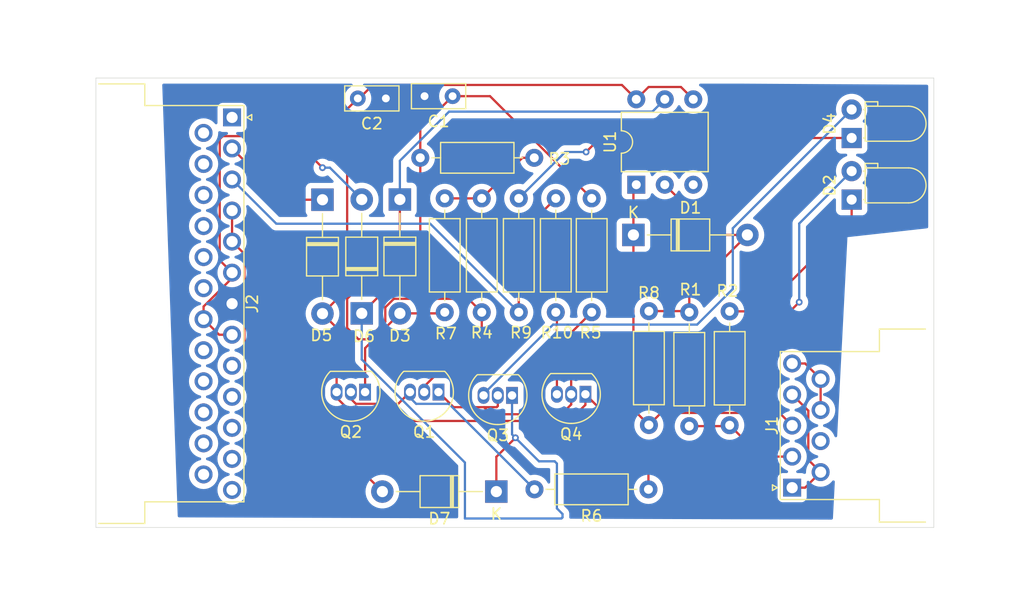
<source format=kicad_pcb>
(kicad_pcb (version 20240108) (generator "pcbnew") (generator_version "8.0")
  (title_block (title "RS485") (date "2024-08-12") (company "Prince Lee Muhera"))
  (layers (0 "F.Cu" signal) (31 "B.Cu" power "Gnd") (34 "B.Paste" user) (35 "F.Paste" user) (36 "B.SilkS" user "B.Silkscreen") (37 "F.SilkS" user "F.Silkscreen") (38 "B.Mask" user) (39 "F.Mask" user) (44 "Edge.Cuts" user))
  (net 0 "")
  (net 1 "Net-(J1-Pad5)")
  (net 2 "Net-(D1-K)")
  (net 3 "Net-(J1-Pad1)")
  (net 5 "Net-(J1-Pad2)")
  (net 10 "Net-(D7-A)")
  (net 11 "GND")
  (net 19 "Net-(D6-A)")
  (net 22 "Net-(D5-K)")
  (net 25 "Net-(J2-Pad3)")
  (net 28 "Net-(Q1-C)")
  (net 29 "Net-(Q1-E)")
  (net 30 "Net-(D3-K)")
  (net 31 "Net-(D3-A)")
  (net 32 "Net-(D5-A)")
  (net 33 "Net-(D6-K)")
  (net 34 "Net-(D4-A)")
  (net 35 "Net-(Q4-E)")
  (net 36 "Net-(D1-A)")
  (net 38 "Net-(D2-K)")
  (net 39 "Net-(R3-Pad1)")
  (net 40 "Net-(D4-K)")
  (footprint "LED_THT:LED_D3.0mm_Horizontal_O1.27mm_Z2.0mm" (layer "F.Cu") (at 230.375 101.75 90)
    (property "Reference" "D2" (at 1.27 -1.96 90) (layer "F.SilkS"))
    (property "Value" "Rx")
    (fp_line (start 2.54 1.08) (end 2.54 1.08) (stroke (width 0.12)) (layer "F.SilkS"))
    (fp_line (start 2.54 1.08) (end 2.54 1.21) (stroke (width 0.12)) (layer "F.SilkS"))
    (fp_line (start 0 1.08) (end 0 1.08) (stroke (width 0.12)) (layer "F.SilkS"))
    (fp_line (start 0 1.08) (end 0 1.21) (stroke (width 0.12)) (layer "F.SilkS"))
    (fp_line (start 3.23 1.21) (end 3.23 2.33) (stroke (width 0.12)) (layer "F.SilkS"))
    (fp_line (start 2.83 1.21) (end 3.23 1.21) (stroke (width 0.12)) (layer "F.SilkS"))
    (fp_line (start 2.83 1.21) (end 2.83 5.07) (stroke (width 0.12)) (layer "F.SilkS"))
    (fp_line (start 2.54 1.21) (end 2.54 1.08) (stroke (width 0.12)) (layer "F.SilkS"))
    (fp_line (start 2.54 1.21) (end 2.54 1.21) (stroke (width 0.12)) (layer "F.SilkS"))
    (fp_line (start 0 1.21) (end 0 1.08) (stroke (width 0.12)) (layer "F.SilkS"))
    (fp_line (start 0 1.21) (end 0 1.21) (stroke (width 0.12)) (layer "F.SilkS"))
    (fp_line (start -0.29 1.21) (end 2.83 1.21) (stroke (width 0.12)) (layer "F.SilkS"))
    (fp_line (start -0.29 1.21) (end -0.29 5.07) (stroke (width 0.12)) (layer "F.SilkS"))
    (fp_line (start 3.23 2.33) (end 2.83 2.33) (stroke (width 0.12)) (layer "F.SilkS"))
    (fp_line (start 2.83 2.33) (end 2.83 1.21) (stroke (width 0.12)) (layer "F.SilkS"))
    (fp_arc (start 2.83 5.07) (mid 1.27 6.63) (end -0.29 5.07) (stroke (width 0.12)) (layer "F.SilkS"))
    (pad "1" thru_hole rect (at 0 0 90) (size 1.8 1.8) (drill 0.9) (layers "*.Cu" "*.Mask") (net 38 "Net-(D2-K)"))
    (pad "2" thru_hole circle (at 2.54 0 90) (size 1.8 1.8) (drill 0.9) (layers "*.Cu" "*.Mask") (net 2 "Net-(D1-K)"))
  )
  (footprint "Diode_THT:D_T-1_P10.16mm_Horizontal" (layer "F.Cu") (at 190.1 101.74 -90)
    (property "Reference" "D3" (at 12.16 0 180) (layer "F.SilkS"))
    (property "Value" "D_Filled" (hide yes))
    (fp_line (start 3.36 1.42) (end 6.8 1.42) (stroke (width 0.12)) (layer "F.SilkS"))
    (fp_line (start 6.8 1.42) (end 6.8 -1.42) (stroke (width 0.12)) (layer "F.SilkS"))
    (fp_line (start 1.24 0) (end 3.36 0) (stroke (width 0.12)) (layer "F.SilkS"))
    (fp_line (start 8.92 0) (end 6.8 0) (stroke (width 0.12)) (layer "F.SilkS"))
    (fp_line (start 3.36 -1.42) (end 3.36 1.42) (stroke (width 0.12)) (layer "F.SilkS"))
    (fp_line (start 3.84 -1.42) (end 3.84 1.42) (stroke (width 0.12)) (layer "F.SilkS"))
    (fp_line (start 3.96 -1.42) (end 3.96 1.42) (stroke (width 0.12)) (layer "F.SilkS"))
    (fp_line (start 4.08 -1.42) (end 4.08 1.42) (stroke (width 0.12)) (layer "F.SilkS"))
    (fp_line (start 6.8 -1.42) (end 3.36 -1.42) (stroke (width 0.12)) (layer "F.SilkS"))
    (pad "1" thru_hole rect (at 0 0 270) (size 2 2) (drill 1) (layers "*.Cu" "*.Mask") (net 30 "Net-(D3-K)"))
    (pad "2" thru_hole oval (at 10.16 0 270) (size 2 2) (drill 1) (layers "*.Cu" "*.Mask") (net 31 "Net-(D3-A)"))
  )
  (footprint "Resistor_THT:R_Axial_DIN0207_L6.3mm_D2.5mm_P10.16mm_Horizontal" (layer "F.Cu") (at 202.08 98.02 180)
    (property "Reference" "R3" (at -2.24 -0.1 0) (layer "F.SilkS"))
    (property "Value" "2k2" (hide yes))
    (fp_line (start 9.12 0) (end 8.35 0) (stroke (width 0.12)) (layer "F.SilkS"))
    (fp_line (start 8.35 1.37) (end 8.35 -1.37) (stroke (width 0.12)) (layer "F.SilkS"))
    (fp_line (start 8.35 -1.37) (end 1.81 -1.37) (stroke (width 0.12)) (layer "F.SilkS"))
    (fp_line (start 1.81 1.37) (end 8.35 1.37) (stroke (width 0.12)) (layer "F.SilkS"))
    (fp_line (start 1.81 -1.37) (end 1.81 1.37) (stroke (width 0.12)) (layer "F.SilkS"))
    (fp_line (start 1.04 0) (end 1.81 0) (stroke (width 0.12)) (layer "F.SilkS"))
    (pad "1" thru_hole circle (at 0 0 180) (size 1.6 1.6) (drill 0.8) (layers "*.Cu" "*.Mask") (net 39 "Net-(R3-Pad1)"))
    (pad "2" thru_hole oval (at 10.16 0 180) (size 1.6 1.6) (drill 0.8) (layers "*.Cu" "*.Mask") (net 33 "Net-(D6-K)"))
  )
  (footprint "Resistor_THT:R_Axial_DIN0207_L6.3mm_D2.5mm_P10.16mm_Horizontal" (layer "F.Cu") (at 204 111.8 90)
    (property "Reference" "R10" (at -1.82 0.1 180) (layer "F.SilkS"))
    (property "Value" "2k2" (hide yes))
    (fp_line (start 8.35 -1.37) (end 1.81 -1.37) (stroke (width 0.12)) (layer "F.SilkS"))
    (fp_line (start 1.81 -1.37) (end 1.81 1.37) (stroke (width 0.12)) (layer "F.SilkS"))
    (fp_line (start 9.12 0) (end 8.35 0) (stroke (width 0.12)) (layer "F.SilkS"))
    (fp_line (start 1.04 0) (end 1.81 0) (stroke (width 0.12)) (layer "F.SilkS"))
    (fp_line (start 8.35 1.37) (end 8.35 -1.37) (stroke (width 0.12)) (layer "F.SilkS"))
    (fp_line (start 1.81 1.37) (end 8.35 1.37) (stroke (width 0.12)) (layer "F.SilkS"))
    (pad "1" thru_hole circle (at 0 0 90) (size 1.6 1.6) (drill 0.8) (layers "*.Cu" "*.Mask") (net 35 "Net-(Q4-E)"))
    (pad "2" thru_hole oval (at 10.16 0 90) (size 1.6 1.6) (drill 0.8) (layers "*.Cu" "*.Mask") (net 25 "Net-(J2-Pad3)"))
  )
  (footprint "Connector_Dsub:DSUB-9_Male_Horizontal_P2.77x2.54mm_EdgePinOffset9.40mm" (layer "F.Cu") (at 225.069669 127.45 90)
    (property "Reference" "J1" (at 5.54 -1.8 90) (layer "F.SilkS"))
    (property "Value" "DE9_Plug")
    (fp_line (start 0.25 -1.754338) (end 0 -1.321325) (stroke (width 0.12)) (layer "F.SilkS"))
    (fp_line (start -0.25 -1.754338) (end 0.25 -1.754338) (stroke (width 0.12)) (layer "F.SilkS"))
    (fp_line (start 0 -1.321325) (end -0.25 -1.754338) (stroke (width 0.12)) (layer "F.SilkS"))
    (fp_line (start 12.14 -1.06) (end 12.14 7.78) (stroke (width 0.12)) (layer "F.SilkS"))
    (fp_line (start -1.06 -1.06) (end 12.14 -1.06) (stroke (width 0.12)) (layer "F.SilkS"))
    (fp_line (start 14.15 7.78) (end 14.15 11.88) (stroke (width 0.12)) (layer "F.SilkS"))
    (fp_line (start 12.14 7.78) (end 14.15 7.78) (stroke (width 0.12)) (layer "F.SilkS"))
    (fp_line (start -1.06 7.78) (end -1.06 -1.06) (stroke (width 0.12)) (layer "F.SilkS"))
    (fp_line (start -3.07 7.78) (end -1.06 7.78) (stroke (width 0.12)) (layer "F.SilkS"))
    (fp_line (start -3.07 11.88) (end -3.07 7.78) (stroke (width 0.12)) (layer "F.SilkS"))
    (pad "1" thru_hole rect (at 0 0 90) (size 1.6 1.6) (drill 1) (layers "*.Cu" "*.Mask") (net 3 "Net-(J1-Pad1)"))
    (pad "2" thru_hole circle (at 2.77 0 90) (size 1.6 1.6) (drill 1) (layers "*.Cu" "*.Mask") (net 5 "Net-(J1-Pad2)"))
    (pad "3" thru_hole circle (at 5.54 0 90) (size 1.6 1.6) (drill 1) (layers "*.Cu" "*.Mask") (net 2 "Net-(D1-K)"))
    (pad "4" thru_hole circle (at 8.31 0 90) (size 1.6 1.6) (drill 1) (layers "*.Cu" "*.Mask") (net 3 "Net-(J1-Pad1)"))
    (pad "5" thru_hole circle (at 11.08 0 90) (size 1.6 1.6) (drill 1) (layers "*.Cu" "*.Mask") (net 1 "Net-(J1-Pad5)"))
    (pad "6" thru_hole circle (at 1.385 2.54 90) (size 1.6 1.6) (drill 1) (layers "*.Cu" "*.Mask") (net 3 "Net-(J1-Pad1)"))
    (pad "7" thru_hole circle (at 4.155 2.54 90) (size 1.6 1.6) (drill 1) (layers "*.Cu" "*.Mask"))
    (pad "8" thru_hole circle (at 6.925 2.54 90) (size 1.6 1.6) (drill 1) (layers "*.Cu" "*.Mask") (net 1 "Net-(J1-Pad5)"))
    (pad "9" thru_hole circle (at 9.695 2.54 90) (size 1.6 1.6) (drill 1) (layers "*.Cu" "*.Mask") (net 1 "Net-(J1-Pad5)"))
  )
  (footprint "Resistor_THT:R_Axial_DIN0207_L6.3mm_D2.5mm_P10.16mm_Horizontal" (layer "F.Cu") (at 207.2 111.8 90)
    (property "Reference" "R5" (at -1.82 -0.1 180) (layer "F.SilkS"))
    (property "Value" "2k2" (hide yes))
    (fp_line (start 8.35 -1.37) (end 1.81 -1.37) (stroke (width 0.12)) (layer "F.SilkS"))
    (fp_line (start 1.81 -1.37) (end 1.81 1.37) (stroke (width 0.12)) (layer "F.SilkS"))
    (fp_line (start 9.12 0) (end 8.35 0) (stroke (width 0.12)) (layer "F.SilkS"))
    (fp_line (start 1.04 0) (end 1.81 0) (stroke (width 0.12)) (layer "F.SilkS"))
    (fp_line (start 8.35 1.37) (end 8.35 -1.37) (stroke (width 0.12)) (layer "F.SilkS"))
    (fp_line (start 1.81 1.37) (end 8.35 1.37) (stroke (width 0.12)) (layer "F.SilkS"))
    (pad "1" thru_hole circle (at 0 0 90) (size 1.6 1.6) (drill 0.8) (layers "*.Cu" "*.Mask") (net 28 "Net-(Q1-C)"))
    (pad "2" thru_hole oval (at 10.16 0 90) (size 1.6 1.6) (drill 0.8) (layers "*.Cu" "*.Mask") (net 33 "Net-(D6-K)"))
  )
  (footprint "Resistor_THT:R_Axial_DIN0207_L6.3mm_D2.5mm_P10.16mm_Horizontal" (layer "F.Cu") (at 219.5 121.88 90)
    (property "Reference" "R2" (at 11.98 -0.2 180) (layer "F.SilkS"))
    (property "Value" "1k")
    (fp_line (start 8.35 -1.37) (end 1.81 -1.37) (stroke (width 0.12)) (layer "F.SilkS"))
    (fp_line (start 1.81 -1.37) (end 1.81 1.37) (stroke (width 0.12)) (layer "F.SilkS"))
    (fp_line (start 9.12 0) (end 8.35 0) (stroke (width 0.12)) (layer "F.SilkS"))
    (fp_line (start 1.04 0) (end 1.81 0) (stroke (width 0.12)) (layer "F.SilkS"))
    (fp_line (start 8.35 1.37) (end 8.35 -1.37) (stroke (width 0.12)) (layer "F.SilkS"))
    (fp_line (start 1.81 1.37) (end 8.35 1.37) (stroke (width 0.12)) (layer "F.SilkS"))
    (pad "1" thru_hole circle (at 0 0 90) (size 1.6 1.6) (drill 0.8) (layers "*.Cu" "*.Mask") (net 5 "Net-(J1-Pad2)"))
    (pad "2" thru_hole oval (at 10.16 0 90) (size 1.6 1.6) (drill 0.8) (layers "*.Cu" "*.Mask") (net 38 "Net-(D2-K)"))
  )
  (footprint "Capacitor_THT:C_Rect_L4.6mm_W2.0mm_P2.50mm_MKS02_FKP02" (layer "F.Cu") (at 188.85 92.72 180)
    (property "Reference" "C2" (at 1.25 -2.25 0) (layer "F.SilkS"))
    (property "Value" "22uF 16V")
    (fp_line (start 3.67 -1.12) (end 3.67 1.12) (stroke (width 0.12)) (layer "F.SilkS"))
    (fp_line (start -1.17 1.12) (end 3.67 1.12) (stroke (width 0.12)) (layer "F.SilkS"))
    (fp_line (start -1.17 -1.12) (end 3.67 -1.12) (stroke (width 0.12)) (layer "F.SilkS"))
    (fp_line (start -1.17 -1.12) (end -1.17 1.12) (stroke (width 0.12)) (layer "F.SilkS"))
    (pad "1" thru_hole circle (at 0 0 180) (size 1.4 1.4) (drill 0.7) (layers "*.Cu" "*.Mask") (net 11 "GND"))
    (pad "2" thru_hole circle (at 2.5 0 180) (size 1.4 1.4) (drill 0.7) (layers "*.Cu" "*.Mask") (net 32 "Net-(D5-A)"))
  )
  (footprint "Package_DIP:DIP-6_W7.62mm" (layer "F.Cu") (at 211.175 100.42 90)
    (property "Reference" "U1" (at 3.81 -2.33 90) (layer "F.SilkS"))
    (property "Value" "4N35")
    (fp_line (start 6.46 -1.33) (end 4.81 -1.33) (stroke (width 0.12)) (layer "F.SilkS"))
    (fp_line (start 2.81 -1.33) (end 1.16 -1.33) (stroke (width 0.12)) (layer "F.SilkS"))
    (fp_line (start 1.16 -1.33) (end 1.16 6.41) (stroke (width 0.12)) (layer "F.SilkS"))
    (fp_line (start 6.46 6.41) (end 6.46 -1.33) (stroke (width 0.12)) (layer "F.SilkS"))
    (fp_line (start 1.16 6.41) (end 6.46 6.41) (stroke (width 0.12)) (layer "F.SilkS"))
    (fp_arc (start 4.81 -1.33) (mid 3.81 -0.33) (end 2.81 -1.33) (stroke (width 0.12)) (layer "F.SilkS"))
    (pad "1" thru_hole rect (at 0 0 90) (size 1.6 1.6) (drill 0.8) (layers "*.Cu" "*.Mask") (net 2 "Net-(D1-K)"))
    (pad "2" thru_hole oval (at 0 2.54 90) (size 1.6 1.6) (drill 0.8) (layers "*.Cu" "*.Mask") (net 36 "Net-(D1-A)"))
    (pad "3" thru_hole oval (at 0 5.08 90) (size 1.6 1.6) (drill 0.8) (layers "*.Cu" "*.Mask"))
    (pad "4" thru_hole oval (at 7.62 5.08 90) (size 1.6 1.6) (drill 0.8) (layers "*.Cu" "*.Mask") (net 32 "Net-(D5-A)"))
    (pad "5" thru_hole oval (at 7.62 2.54 90) (size 1.6 1.6) (drill 0.8) (layers "*.Cu" "*.Mask") (net 30 "Net-(D3-K)"))
    (pad "6" thru_hole oval (at 7.62 0 90) (size 1.6 1.6) (drill 0.8) (layers "*.Cu" "*.Mask") (net 32 "Net-(D5-A)"))
  )
  (footprint "Package_TO_SOT_THT:TO-92_Inline" (layer "F.Cu") (at 206.64 119.12 180)
    (property "Reference" "Q4" (at 1.27 -3.56 0) (layer "F.SilkS"))
    (property "Value" "BC557")
    (fp_line (start -0.53 1.85) (end 3.07 1.85) (stroke (width 0.12)) (layer "F.SilkS"))
    (fp_arc (start 1.27 -2.6) (mid 3.672087 -0.994977) (end 3.108478 1.838478) (stroke (width 0.12)) (layer "F.SilkS"))
    (fp_arc (start -0.568478 1.838478) (mid -1.132087 -0.994977) (end 1.27 -2.6) (stroke (width 0.12)) (layer "F.SilkS"))
    (pad "1" thru_hole rect (at 0 0 180) (size 1.05 1.5) (drill 0.75) (layers "*.Cu" "*.Mask") (net 32 "Net-(D5-A)"))
    (pad "2" thru_hole oval (at 1.27 0 180) (size 1.05 1.5) (drill 0.75) (layers "*.Cu" "*.Mask") (net 28 "Net-(Q1-C)"))
    (pad "3" thru_hole oval (at 2.54 0 180) (size 1.05 1.5) (drill 0.75) (layers "*.Cu" "*.Mask") (net 35 "Net-(Q4-E)"))
  )
  (footprint "Diode_THT:D_T-1_P10.16mm_Horizontal" (layer "F.Cu") (at 183.2 101.76 -90)
    (property "Reference" "D5" (at 12.1 0.1 180) (layer "F.SilkS"))
    (property "Value" "D_Filled" (hide yes))
    (fp_line (start 3.36 1.42) (end 6.8 1.42) (stroke (width 0.12)) (layer "F.SilkS"))
    (fp_line (start 6.8 1.42) (end 6.8 -1.42) (stroke (width 0.12)) (layer "F.SilkS"))
    (fp_line (start 1.24 0) (end 3.36 0) (stroke (width 0.12)) (layer "F.SilkS"))
    (fp_line (start 8.92 0) (end 6.8 0) (stroke (width 0.12)) (layer "F.SilkS"))
    (fp_line (start 3.36 -1.42) (end 3.36 1.42) (stroke (width 0.12)) (layer "F.SilkS"))
    (fp_line (start 3.84 -1.42) (end 3.84 1.42) (stroke (width 0.12)) (layer "F.SilkS"))
    (fp_line (start 3.96 -1.42) (end 3.96 1.42) (stroke (width 0.12)) (layer "F.SilkS"))
    (fp_line (start 4.08 -1.42) (end 4.08 1.42) (stroke (width 0.12)) (layer "F.SilkS"))
    (fp_line (start 6.8 -1.42) (end 3.36 -1.42) (stroke (width 0.12)) (layer "F.SilkS"))
    (pad "1" thru_hole rect (at 0 0 270) (size 2 2) (drill 1) (layers "*.Cu" "*.Mask") (net 22 "Net-(D5-K)"))
    (pad "2" thru_hole oval (at 10.16 0 270) (size 2 2) (drill 1) (layers "*.Cu" "*.Mask") (net 32 "Net-(D5-A)"))
  )
  (footprint "Resistor_THT:R_Axial_DIN0207_L6.3mm_D2.5mm_P10.16mm_Horizontal" (layer "F.Cu") (at 194.1 111.8 90)
    (property "Reference" "R7" (at -1.9 0.1 180) (layer "F.SilkS"))
    (property "Value" "2k2" (hide yes))
    (fp_line (start 8.35 -1.37) (end 1.81 -1.37) (stroke (width 0.12)) (layer "F.SilkS"))
    (fp_line (start 1.81 -1.37) (end 1.81 1.37) (stroke (width 0.12)) (layer "F.SilkS"))
    (fp_line (start 9.12 0) (end 8.35 0) (stroke (width 0.12)) (layer "F.SilkS"))
    (fp_line (start 1.04 0) (end 1.81 0) (stroke (width 0.12)) (layer "F.SilkS"))
    (fp_line (start 8.35 1.37) (end 8.35 -1.37) (stroke (width 0.12)) (layer "F.SilkS"))
    (fp_line (start 1.81 1.37) (end 8.35 1.37) (stroke (width 0.12)) (layer "F.SilkS"))
    (pad "1" thru_hole circle (at 0 0 90) (size 1.6 1.6) (drill 0.8) (layers "*.Cu" "*.Mask") (net 31 "Net-(D3-A)"))
    (pad "2" thru_hole oval (at 10.16 0 90) (size 1.6 1.6) (drill 0.8) (layers "*.Cu" "*.Mask") (net 39 "Net-(R3-Pad1)"))
  )
  (footprint "Capacitor_THT:C_Rect_L4.6mm_W2.0mm_P2.50mm_MKS02_FKP02" (layer "F.Cu") (at 194.8 92.52 180)
    (property "Reference" "C1" (at 1.25 -2.25 0) (layer "F.SilkS"))
    (property "Value" "22uF 16V")
    (fp_line (start 3.67 -1.12) (end 3.67 1.12) (stroke (width 0.12)) (layer "F.SilkS"))
    (fp_line (start -1.17 1.12) (end 3.67 1.12) (stroke (width 0.12)) (layer "F.SilkS"))
    (fp_line (start -1.17 -1.12) (end 3.67 -1.12) (stroke (width 0.12)) (layer "F.SilkS"))
    (fp_line (start -1.17 -1.12) (end -1.17 1.12) (stroke (width 0.12)) (layer "F.SilkS"))
    (pad "1" thru_hole circle (at 0 0 180) (size 1.4 1.4) (drill 0.7) (layers "*.Cu" "*.Mask") (net 33 "Net-(D6-K)"))
    (pad "2" thru_hole circle (at 2.5 0 180) (size 1.4 1.4) (drill 0.7) (layers "*.Cu" "*.Mask") (net 11 "GND"))
  )
  (footprint "Resistor_THT:R_Axial_DIN0207_L6.3mm_D2.5mm_P10.16mm_Horizontal" (layer "F.Cu") (at 212.26 127.6 180)
    (property "Reference" "R6" (at 5.08 -2.37 0) (layer "F.SilkS"))
    (property "Value" "2k2")
    (fp_line (start 9.12 0) (end 8.35 0) (stroke (width 0.12)) (layer "F.SilkS"))
    (fp_line (start 8.35 1.37) (end 8.35 -1.37) (stroke (width 0.12)) (layer "F.SilkS"))
    (fp_line (start 8.35 -1.37) (end 1.81 -1.37) (stroke (width 0.12)) (layer "F.SilkS"))
    (fp_line (start 1.81 1.37) (end 8.35 1.37) (stroke (width 0.12)) (layer "F.SilkS"))
    (fp_line (start 1.81 -1.37) (end 1.81 1.37) (stroke (width 0.12)) (layer "F.SilkS"))
    (fp_line (start 1.04 0) (end 1.81 0) (stroke (width 0.12)) (layer "F.SilkS"))
    (pad "1" thru_hole circle (at 0 0 180) (size 1.6 1.6) (drill 0.8) (layers "*.Cu" "*.Mask") (net 32 "Net-(D5-A)"))
    (pad "2" thru_hole oval (at 10.16 0 180) (size 1.6 1.6) (drill 0.8) (layers "*.Cu" "*.Mask") (net 29 "Net-(Q1-E)"))
  )
  (footprint "Diode_THT:D_T-1_P10.16mm_Horizontal" (layer "F.Cu") (at 186.7 111.9 90)
    (property "Reference" "D6" (at -2.04 0.2 180) (layer "F.SilkS"))
    (property "Value" "D_Filled" (hide yes))
    (fp_line (start 6.8 -1.42) (end 3.36 -1.42) (stroke (width 0.12)) (layer "F.SilkS"))
    (fp_line (start 4.08 -1.42) (end 4.08 1.42) (stroke (width 0.12)) (layer "F.SilkS"))
    (fp_line (start 3.96 -1.42) (end 3.96 1.42) (stroke (width 0.12)) (layer "F.SilkS"))
    (fp_line (start 3.84 -1.42) (end 3.84 1.42) (stroke (width 0.12)) (layer "F.SilkS"))
    (fp_line (start 3.36 -1.42) (end 3.36 1.42) (stroke (width 0.12)) (layer "F.SilkS"))
    (fp_line (start 8.92 0) (end 6.8 0) (stroke (width 0.12)) (layer "F.SilkS"))
    (fp_line (start 1.24 0) (end 3.36 0) (stroke (width 0.12)) (layer "F.SilkS"))
    (fp_line (start 6.8 1.42) (end 6.8 -1.42) (stroke (width 0.12)) (layer "F.SilkS"))
    (fp_line (start 3.36 1.42) (end 6.8 1.42) (stroke (width 0.12)) (layer "F.SilkS"))
    (pad "1" thru_hole rect (at 0 0 90) (size 2 2) (drill 1) (layers "*.Cu" "*.Mask") (net 33 "Net-(D6-K)"))
    (pad "2" thru_hole oval (at 10.16 0 90) (size 2 2) (drill 1) (layers "*.Cu" "*.Mask") (net 19 "Net-(D6-A)"))
  )
  (footprint "Resistor_THT:R_Axial_DIN0207_L6.3mm_D2.5mm_P10.16mm_Horizontal" (layer "F.Cu") (at 200.7 111.8 90)
    (property "Reference" "R9" (at -1.82 0.2 180) (layer "F.SilkS"))
    (property "Value" "2k2" (hide yes))
    (fp_line (start 8.35 -1.37) (end 1.81 -1.37) (stroke (width 0.12)) (layer "F.SilkS"))
    (fp_line (start 1.81 -1.37) (end 1.81 1.37) (stroke (width 0.12)) (layer "F.SilkS"))
    (fp_line (start 9.12 0) (end 8.35 0) (stroke (width 0.12)) (layer "F.SilkS"))
    (fp_line (start 1.04 0) (end 1.81 0) (stroke (width 0.12)) (layer "F.SilkS"))
    (fp_line (start 8.35 1.37) (end 8.35 -1.37) (stroke (width 0.12)) (layer "F.SilkS"))
    (fp_line (start 1.81 1.37) (end 8.35 1.37) (stroke (width 0.12)) (layer "F.SilkS"))
    (pad "1" thru_hole circle (at 0 0 90) (size 1.6 1.6) (drill 0.8) (layers "*.Cu" "*.Mask") (net 25 "Net-(J2-Pad3)"))
    (pad "2" thru_hole oval (at 10.16 0 90) (size 1.6 1.6) (drill 0.8) (layers "*.Cu" "*.Mask") (net 40 "Net-(D4-K)"))
  )
  (footprint "Package_TO_SOT_THT:TO-92_Inline" (layer "F.Cu") (at 200.1 119.22 180)
    (property "Reference" "Q3" (at 1.27 -3.56 0) (layer "F.SilkS"))
    (property "Value" "BC547")
    (fp_line (start -0.53 1.85) (end 3.07 1.85) (stroke (width 0.12)) (layer "F.SilkS"))
    (fp_arc (start 1.27 -2.6) (mid 3.672087 -0.994977) (end 3.108478 1.838478) (stroke (width 0.12)) (layer "F.SilkS"))
    (fp_arc (start -0.568478 1.838478) (mid -1.132087 -0.994977) (end 1.27 -2.6) (stroke (width 0.12)) (layer "F.SilkS"))
    (pad "1" thru_hole rect (at 0 0 180) (size 1.05 1.5) (drill 0.75) (layers "*.Cu" "*.Mask") (net 33 "Net-(D6-K)"))
    (pad "2" thru_hole oval (at 1.27 0 180) (size 1.05 1.5) (drill 0.75) (layers "*.Cu" "*.Mask") (net 28 "Net-(Q1-C)"))
    (pad "3" thru_hole oval (at 2.54 0 180) (size 1.05 1.5) (drill 0.75) (layers "*.Cu" "*.Mask") (net 34 "Net-(D4-A)"))
  )
  (footprint "Diode_THT:D_T-1_P10.16mm_Horizontal" (layer "F.Cu") (at 210.92 104.9)
    (property "Reference" "D1" (at 5.08 -2.42 0) (layer "F.SilkS"))
    (property "Value" "D_Filled")
    (fp_line (start 1.24 0) (end 3.36 0) (stroke (width 0.12)) (layer "F.SilkS"))
    (fp_line (start 3.36 -1.42) (end 3.36 1.42) (stroke (width 0.12)) (layer "F.SilkS"))
    (fp_line (start 3.36 1.42) (end 6.8 1.42) (stroke (width 0.12)) (layer "F.SilkS"))
    (fp_line (start 3.84 -1.42) (end 3.84 1.42) (stroke (width 0.12)) (layer "F.SilkS"))
    (fp_line (start 3.96 -1.42) (end 3.96 1.42) (stroke (width 0.12)) (layer "F.SilkS"))
    (fp_line (start 4.08 -1.42) (end 4.08 1.42) (stroke (width 0.12)) (layer "F.SilkS"))
    (fp_line (start 6.8 -1.42) (end 3.36 -1.42) (stroke (width 0.12)) (layer "F.SilkS"))
    (fp_line (start 6.8 1.42) (end 6.8 -1.42) (stroke (width 0.12)) (layer "F.SilkS"))
    (fp_line (start 8.92 0) (end 6.8 0) (stroke (width 0.12)) (layer "F.SilkS"))
    (fp_text user "K" (at 0 -2 0) (layer "F.SilkS"))
    (pad "1" thru_hole rect (at 0 0) (size 2 2) (drill 1) (layers "*.Cu" "*.Mask") (net 2 "Net-(D1-K)"))
    (pad "2" thru_hole oval (at 10.16 0) (size 2 2) (drill 1) (layers "*.Cu" "*.Mask") (net 36 "Net-(D1-A)"))
  )
  (footprint "Resistor_THT:R_Axial_DIN0207_L6.3mm_D2.5mm_P10.16mm_Horizontal" (layer "F.Cu") (at 212.3 111.7 -90)
    (property "Reference" "R8" (at -1.62 0 180) (layer "F.SilkS"))
    (property "Value" "2k2")
    (fp_line (start 1.81 1.37) (end 8.35 1.37) (stroke (width 0.12)) (layer "F.SilkS"))
    (fp_line (start 8.35 1.37) (end 8.35 -1.37) (stroke (width 0.12)) (layer "F.SilkS"))
    (fp_line (start 1.04 0) (end 1.81 0) (stroke (width 0.12)) (layer "F.SilkS"))
    (fp_line (start 9.12 0) (end 8.35 0) (stroke (width 0.12)) (layer "F.SilkS"))
    (fp_line (start 1.81 -1.37) (end 1.81 1.37) (stroke (width 0.12)) (layer "F.SilkS"))
    (fp_line (start 8.35 -1.37) (end 1.81 -1.37) (stroke (width 0.12)) (layer "F.SilkS"))
    (pad "1" thru_hole circle (at 0 0 270) (size 1.6 1.6) (drill 0.8) (layers "*.Cu" "*.Mask") (net 36 "Net-(D1-A)"))
    (pad "2" thru_hole oval (at 10.16 0 270) (size 1.6 1.6) (drill 0.8) (layers "*.Cu" "*.Mask") (net 2 "Net-(D1-K)"))
  )
  (footprint "Resistor_THT:R_Axial_DIN0207_L6.3mm_D2.5mm_P10.16mm_Horizontal" (layer "F.Cu") (at 215.9 121.96 90)
    (property "Reference" "R1" (at 12.18 0.1 180) (layer "F.SilkS"))
    (property "Value" "220R")
    (fp_line (start 8.35 -1.37) (end 1.81 -1.37) (stroke (width 0.12)) (layer "F.SilkS"))
    (fp_line (start 1.81 -1.37) (end 1.81 1.37) (stroke (width 0.12)) (layer "F.SilkS"))
    (fp_line (start 9.12 0) (end 8.35 0) (stroke (width 0.12)) (layer "F.SilkS"))
    (fp_line (start 1.04 0) (end 1.81 0) (stroke (width 0.12)) (layer "F.SilkS"))
    (fp_line (start 8.35 1.37) (end 8.35 -1.37) (stroke (width 0.12)) (layer "F.SilkS"))
    (fp_line (start 1.81 1.37) (end 8.35 1.37) (stroke (width 0.12)) (layer "F.SilkS"))
    (pad "1" thru_hole circle (at 0 0 90) (size 1.6 1.6) (drill 0.8) (layers "*.Cu" "*.Mask") (net 5 "Net-(J1-Pad2)"))
    (pad "2" thru_hole oval (at 10.16 0 90) (size 1.6 1.6) (drill 0.8) (layers "*.Cu" "*.Mask") (net 36 "Net-(D1-A)"))
  )
  (footprint "Connector_Dsub:DSUB-25_Male_Horizontal_P2.77x2.54mm_EdgePinOffset9.40mm" (layer "F.Cu") (at 175.14 94.415 -90)
    (property "Reference" "J2" (at 16.62 -1.8 -90) (layer "F.SilkS"))
    (property "Value" "DB25_Receptacle")
    (fp_line (start -2.99 11.88) (end -2.99 7.78) (stroke (width 0.12)) (layer "F.SilkS"))
    (fp_line (start -2.99 7.78) (end -1.06 7.78) (stroke (width 0.12)) (layer "F.SilkS"))
    (fp_line (start -1.06 7.78) (end -1.06 -1.06) (stroke (width 0.12)) (layer "F.SilkS"))
    (fp_line (start 34.3 7.78) (end 36.23 7.78) (stroke (width 0.12)) (layer "F.SilkS"))
    (fp_line (start 36.23 7.78) (end 36.23 11.88) (stroke (width 0.12)) (layer "F.SilkS"))
    (fp_line (start -1.06 -1.06) (end 34.3 -1.06) (stroke (width 0.12)) (layer "F.SilkS"))
    (fp_line (start 34.3 -1.06) (end 34.3 7.78) (stroke (width 0.12)) (layer "F.SilkS"))
    (fp_line (start 0 -1.321325) (end -0.25 -1.754338) (stroke (width 0.12)) (layer "F.SilkS"))
    (fp_line (start -0.25 -1.754338) (end 0.25 -1.754338) (stroke (width 0.12)) (layer "F.SilkS"))
    (fp_line (start 0.25 -1.754338) (end 0 -1.321325) (stroke (width 0.12)) (layer "F.SilkS"))
    (pad "1" thru_hole rect (at 0 0 270) (size 1.6 1.6) (drill 1) (layers "*.Cu" "*.Mask"))
    (pad "2" thru_hole circle (at 2.77 0 270) (size 1.6 1.6) (drill 1) (layers "*.Cu" "*.Mask") (net 22 "Net-(D5-K)"))
    (pad "3" thru_hole circle (at 5.54 0 270) (size 1.6 1.6) (drill 1) (layers "*.Cu" "*.Mask") (net 25 "Net-(J2-Pad3)"))
    (pad "4" thru_hole circle (at 8.31 0 270) (size 1.6 1.6) (drill 1) (layers "*.Cu" "*.Mask") (net 10 "Net-(D7-A)"))
    (pad "5" thru_hole circle (at 11.08 0 270) (size 1.6 1.6) (drill 1) (layers "*.Cu" "*.Mask") (net 10 "Net-(D7-A)"))
    (pad "6" thru_hole circle (at 13.85 0 270) (size 1.6 1.6) (drill 1) (layers "*.Cu" "*.Mask") (net 19 "Net-(D6-A)"))
    (pad "7" thru_hole circle (at 16.62 0 270) (size 1.6 1.6) (drill 1) (layers "*.Cu" "*.Mask") (net 11 "GND"))
    (pad "8" thru_hole circle (at 19.39 0 270) (size 1.6 1.6) (drill 1) (layers "*.Cu" "*.Mask") (net 19 "Net-(D6-A)"))
    (pad "9" thru_hole circle (at 22.16 0 270) (size 1.6 1.6) (drill 1) (layers "*.Cu" "*.Mask"))
    (pad "10" thru_hole circle (at 24.93 0 270) (size 1.6 1.6) (drill 1) (layers "*.Cu" "*.Mask"))
    (pad "11" thru_hole circle (at 27.7 0 270) (size 1.6 1.6) (drill 1) (layers "*.Cu" "*.Mask"))
    (pad "12" thru_hole circle (at 30.47 0 270) (size 1.6 1.6) (drill 1) (layers "*.Cu" "*.Mask"))
    (pad "13" thru_hole circle (at 33.24 0 270) (size 1.6 1.6) (drill 1) (layers "*.Cu" "*.Mask"))
    (pad "14" thru_hole circle (at 1.385 2.54 270) (size 1.6 1.6) (drill 1) (layers "*.Cu" "*.Mask"))
    (pad "15" thru_hole circle (at 4.155 2.54 270) (size 1.6 1.6) (drill 1) (layers "*.Cu" "*.Mask"))
    (pad "16" thru_hole circle (at 6.925 2.54 270) (size 1.6 1.6) (drill 1) (layers "*.Cu" "*.Mask"))
    (pad "17" thru_hole circle (at 9.695 2.54 270) (size 1.6 1.6) (drill 1) (layers "*.Cu" "*.Mask"))
    (pad "18" thru_hole circle (at 12.465 2.54 270) (size 1.6 1.6) (drill 1) (layers "*.Cu" "*.Mask"))
    (pad "19" thru_hole circle (at 15.235 2.54 270) (size 1.6 1.6) (drill 1) (layers "*.Cu" "*.Mask"))
    (pad "20" thru_hole circle (at 18.005 2.54 270) (size 1.6 1.6) (drill 1) (layers "*.Cu" "*.Mask") (net 19 "Net-(D6-A)"))
    (pad "21" thru_hole circle (at 20.775 2.54 270) (size 1.6 1.6) (drill 1) (layers "*.Cu" "*.Mask"))
    (pad "22" thru_hole circle (at 23.545 2.54 270) (size 1.6 1.6) (drill 1) (layers "*.Cu" "*.Mask"))
    (pad "23" thru_hole circle (at 26.315 2.54 270) (size 1.6 1.6) (drill 1) (layers "*.Cu" "*.Mask"))
    (pad "24" thru_hole circle (at 29.085 2.54 270) (size 1.6 1.6) (drill 1) (layers "*.Cu" "*.Mask"))
    (pad "25" thru_hole circle (at 31.855 2.54 270) (size 1.6 1.6) (drill 1) (layers "*.Cu" "*.Mask"))
  )
  (footprint "Package_TO_SOT_THT:TO-92_Inline" (layer "F.Cu") (at 187 118.92 180)
    (property "Reference" "Q2" (at 1.27 -3.56 0) (layer "F.SilkS"))
    (property "Value" "BC547")
    (fp_line (start -0.53 1.85) (end 3.07 1.85) (stroke (width 0.12)) (layer "F.SilkS"))
    (fp_arc (start 1.27 -2.6) (mid 3.672087 -0.994977) (end 3.108478 1.838478) (stroke (width 0.12)) (layer "F.SilkS"))
    (fp_arc (start -0.568478 1.838478) (mid -1.132087 -0.994977) (end 1.27 -2.6) (stroke (width 0.12)) (layer "F.SilkS"))
    (pad "1" thru_hole rect (at 0 0 180) (size 1.05 1.5) (drill 0.75) (layers "*.Cu" "*.Mask") (net 31 "Net-(D3-A)"))
    (pad "2" thru_hole oval (at 1.27 0 180) (size 1.05 1.5) (drill 0.75) (layers "*.Cu" "*.Mask") (net 29 "Net-(Q1-E)"))
    (pad "3" thru_hole oval (at 2.54 0 180) (size 1.05 1.5) (drill 0.75) (layers "*.Cu" "*.Mask") (net 32 "Net-(D5-A)"))
  )
  (footprint "LED_THT:LED_D3.0mm_Horizontal_O1.27mm_Z2.0mm" (layer "F.Cu") (at 230.375 96.25 90)
    (property "Reference" "D4" (at 1.27 -1.96 90) (layer "F.SilkS"))
    (property "Value" "Tx")
    (fp_line (start 2.54 1.08) (end 2.54 1.08) (stroke (width 0.12)) (layer "F.SilkS"))
    (fp_line (start 2.54 1.08) (end 2.54 1.21) (stroke (width 0.12)) (layer "F.SilkS"))
    (fp_line (start 0 1.08) (end 0 1.08) (stroke (width 0.12)) (layer "F.SilkS"))
    (fp_line (start 0 1.08) (end 0 1.21) (stroke (width 0.12)) (layer "F.SilkS"))
    (fp_line (start 3.23 1.21) (end 3.23 2.33) (stroke (width 0.12)) (layer "F.SilkS"))
    (fp_line (start 2.83 1.21) (end 3.23 1.21) (stroke (width 0.12)) (layer "F.SilkS"))
    (fp_line (start 2.83 1.21) (end 2.83 5.07) (stroke (width 0.12)) (layer "F.SilkS"))
    (fp_line (start 2.54 1.21) (end 2.54 1.08) (stroke (width 0.12)) (layer "F.SilkS"))
    (fp_line (start 2.54 1.21) (end 2.54 1.21) (stroke (width 0.12)) (layer "F.SilkS"))
    (fp_line (start 0 1.21) (end 0 1.08) (stroke (width 0.12)) (layer "F.SilkS"))
    (fp_line (start 0 1.21) (end 0 1.21) (stroke (width 0.12)) (layer "F.SilkS"))
    (fp_line (start -0.29 1.21) (end 2.83 1.21) (stroke (width 0.12)) (layer "F.SilkS"))
    (fp_line (start -0.29 1.21) (end -0.29 5.07) (stroke (width 0.12)) (layer "F.SilkS"))
    (fp_line (start 3.23 2.33) (end 2.83 2.33) (stroke (width 0.12)) (layer "F.SilkS"))
    (fp_line (start 2.83 2.33) (end 2.83 1.21) (stroke (width 0.12)) (layer "F.SilkS"))
    (fp_arc (start 2.83 5.07) (mid 1.27 6.63) (end -0.29 5.07) (stroke (width 0.12)) (layer "F.SilkS"))
    (pad "1" thru_hole rect (at 0 0 90) (size 1.8 1.8) (drill 0.9) (layers "*.Cu" "*.Mask") (net 40 "Net-(D4-K)"))
    (pad "2" thru_hole circle (at 2.54 0 90) (size 1.8 1.8) (drill 0.9) (layers "*.Cu" "*.Mask") (net 34 "Net-(D4-A)"))
  )
  (footprint "Resistor_THT:R_Axial_DIN0207_L6.3mm_D2.5mm_P10.16mm_Horizontal" (layer "F.Cu") (at 197.4 111.8 90)
    (property "Reference" "R4" (at -1.82 0 180) (layer "F.SilkS"))
    (property "Value" "2k2" (hide yes))
    (fp_line (start 8.35 -1.37) (end 1.81 -1.37) (stroke (width 0.12)) (layer "F.SilkS"))
    (fp_line (start 1.81 -1.37) (end 1.81 1.37) (stroke (width 0.12)) (layer "F.SilkS"))
    (fp_line (start 9.12 0) (end 8.35 0) (stroke (width 0.12)) (layer "F.SilkS"))
    (fp_line (start 1.04 0) (end 1.81 0) (stroke (width 0.12)) (layer "F.SilkS"))
    (fp_line (start 8.35 1.37) (end 8.35 -1.37) (stroke (width 0.12)) (layer "F.SilkS"))
    (fp_line (start 1.81 1.37) (end 8.35 1.37) (stroke (width 0.12)) (layer "F.SilkS"))
    (pad "1" thru_hole circle (at 0 0 90) (size 1.6 1.6) (drill 0.8) (layers "*.Cu" "*.Mask") (net 30 "Net-(D3-K)"))
    (pad "2" thru_hole oval (at 10.16 0 90) (size 1.6 1.6) (drill 0.8) (layers "*.Cu" "*.Mask") (net 39 "Net-(R3-Pad1)"))
  )
  (footprint "Package_TO_SOT_THT:TO-92_Inline" (layer "F.Cu") (at 193.54 118.92 180)
    (property "Reference" "Q1" (at 1.27 -3.56 0) (layer "F.SilkS"))
    (property "Value" "BC547")
    (fp_line (start -0.53 1.85) (end 3.07 1.85) (stroke (width 0.12)) (layer "F.SilkS"))
    (fp_arc (start 1.27 -2.6) (mid 3.672087 -0.994977) (end 3.108478 1.838478) (stroke (width 0.12)) (layer "F.SilkS"))
    (fp_arc (start -0.568478 1.838478) (mid -1.132087 -0.994977) (end 1.27 -2.6) (stroke (width 0.12)) (layer "F.SilkS"))
    (pad "1" thru_hole rect (at 0 0 180) (size 1.05 1.5) (drill 0.75) (layers "*.Cu" "*.Mask") (net 28 "Net-(Q1-C)"))
    (pad "2" thru_hole oval (at 1.27 0 180) (size 1.05 1.5) (drill 0.75) (layers "*.Cu" "*.Mask") (net 30 "Net-(D3-K)"))
    (pad "3" thru_hole oval (at 2.54 0 180) (size 1.05 1.5) (drill 0.75) (layers "*.Cu" "*.Mask") (net 29 "Net-(Q1-E)"))
  )
  (footprint "Diode_THT:D_T-1_P10.16mm_Horizontal" (layer "F.Cu") (at 198.7 127.8 180)
    (property "Reference" "D7" (at 5.08 -2.42 0) (layer "F.SilkS"))
    (property "Value" "D_Filled")
    (fp_line (start 8.92 0) (end 6.8 0) (stroke (width 0.12)) (layer "F.SilkS"))
    (fp_line (start 6.8 1.42) (end 6.8 -1.42) (stroke (width 0.12)) (layer "F.SilkS"))
    (fp_line (start 6.8 -1.42) (end 3.36 -1.42) (stroke (width 0.12)) (layer "F.SilkS"))
    (fp_line (start 4.08 -1.42) (end 4.08 1.42) (stroke (width 0.12)) (layer "F.SilkS"))
    (fp_line (start 3.96 -1.42) (end 3.96 1.42) (stroke (width 0.12)) (layer "F.SilkS"))
    (fp_line (start 3.84 -1.42) (end 3.84 1.42) (stroke (width 0.12)) (layer "F.SilkS"))
    (fp_line (start 3.36 1.42) (end 6.8 1.42) (stroke (width 0.12)) (layer "F.SilkS"))
    (fp_line (start 3.36 -1.42) (end 3.36 1.42) (stroke (width 0.12)) (layer "F.SilkS"))
    (fp_line (start 1.24 0) (end 3.36 0) (stroke (width 0.12)) (layer "F.SilkS"))
    (fp_text user "K" (at 0 -2 0) (layer "F.SilkS"))
    (pad "1" thru_hole rect (at 0 0 180) (size 2 2) (drill 1) (layers "*.Cu" "*.Mask") (net 33 "Net-(D6-K)"))
    (pad "2" thru_hole oval (at 10.16 0 180) (size 2 2) (drill 1) (layers "*.Cu" "*.Mask") (net 10 "Net-(D7-A)"))
  )
  (gr_line (start 163 90.9) (end 237.7 90.9) (stroke (width 0.05)) (layer "Edge.Cuts"))
  (gr_line (start 163 131) (end 237.7 131) (stroke (width 0.05)) (layer "Edge.Cuts"))
  (gr_line (start 237.7 131) (end 237.7 90.9) (stroke (width 0.05)) (layer "Edge.Cuts"))
  (gr_line (start 163 131) (end 163 90.9) (stroke (width 0.05)) (layer "Edge.Cuts"))
  (segment (start 227.609669 117.755) (end 227.609669 120.525) (width 0.2) (layer "F.Cu") (net 1))
  (segment (start 225.069669 116.37) (end 226.224669 116.37) (width 0.2) (layer "F.Cu") (net 1))
  (segment (start 226.224669 116.37) (end 227.609669 117.755) (width 0.2) (layer "F.Cu") (net 1))
  (segment (start 222.6 114) (end 222.6 120.78) (width 0.2) (layer "F.Cu") (net 2))
  (segment (start 222.6 120.78) (end 223 120.78) (width 0.2) (layer "F.Cu") (net 2))
  (segment (start 223.939669 120.78) (end 225.069669 121.91) (width 0.2) (layer "F.Cu") (net 2))
  (segment (start 212.3 121.86) (end 213.38 120.78) (width 0.2) (layer "F.Cu") (net 2))
  (segment (start 213.38 120.78) (end 222.6 120.78) (width 0.2) (layer "F.Cu") (net 2))
  (segment (start 210.92 120.48) (end 212.3 121.86) (width 0.2) (layer "F.Cu") (net 2))
  (segment (start 210.92 104.9) (end 210.92 120.48) (width 0.2) (layer "F.Cu") (net 2))
  (segment (start 210.92 104.9) (end 210.92 100.675) (width 0.2) (layer "F.Cu") (net 2))
  (segment (start 210.92 100.675) (end 211.175 100.42) (width 0.2) (layer "F.Cu") (net 2))
  (segment (start 225.7 110.9) (end 222.6 114) (width 0.2) (layer "F.Cu") (net 2))
  (segment (start 223 120.78) (end 223.939669 120.78) (width 0.2) (layer "F.Cu") (net 2))
  (via (at 225.7 110.9) (size 0.6) (drill 0.3) (layers "F.Cu" "B.Cu") (net 2))
  (segment (start 225.7 103.885) (end 225.7 110.9) (width 0.2) (layer "B.Cu") (net 2))
  (segment (start 230.375 99.21) (end 225.7 103.885) (width 0.2) (layer "B.Cu") (net 2))
  (segment (start 225.069669 127.45) (end 226.224669 127.45) (width 0.2) (layer "F.Cu") (net 3))
  (segment (start 226.509669 120.58) (end 225.069669 119.14) (width 0.2) (layer "F.Cu") (net 3))
  (segment (start 226.224669 127.45) (end 227.609669 126.065) (width 0.2) (layer "F.Cu") (net 3))
  (segment (start 226.509669 124.965) (end 226.509669 120.58) (width 0.2) (layer "F.Cu") (net 3))
  (segment (start 227.609669 126.065) (end 226.509669 124.965) (width 0.2) (layer "F.Cu") (net 3))
  (segment (start 215.9 121.96) (end 219.42 121.96) (width 0.2) (layer "F.Cu") (net 5))
  (segment (start 225.069669 124.68) (end 222.3 124.68) (width 0.2) (layer "F.Cu") (net 5))
  (segment (start 222.3 124.68) (end 219.5 121.88) (width 0.2) (layer "F.Cu") (net 5))
  (segment (start 219.42 121.96) (end 219.5 121.88) (width 0.2) (layer "F.Cu") (net 5))
  (segment (start 175.14 105.495) (end 175.14 102.725) (width 0.2) (layer "F.Cu") (net 10))
  (segment (start 188.54 127.8) (end 176.24 115.5) (width 0.2) (layer "F.Cu") (net 10))
  (segment (start 176.24 106.595) (end 175.14 105.495) (width 0.2) (layer "F.Cu") (net 10))
  (segment (start 176.24 115.5) (end 176.24 106.595) (width 0.2) (layer "F.Cu") (net 10))
  (segment (start 174.04 96.36) (end 174.315 96.085) (width 0.2) (layer "F.Cu") (net 19))
  (segment (start 175.14 108.265) (end 174.04 107.165) (width 0.2) (layer "F.Cu") (net 19))
  (segment (start 175.14 108.74863) (end 175.14 108.265) (width 0.2) (layer "F.Cu") (net 19))
  (segment (start 172.6 112.42) (end 172.6 111.28863) (width 0.2) (layer "F.Cu") (net 19))
  (segment (start 175.14 113.805) (end 173.985 113.805) (width 0.2) (layer "F.Cu") (net 19))
  (segment (start 172.6 111.28863) (end 175.14 108.74863) (width 0.2) (layer "F.Cu") (net 19))
  (segment (start 174.04 107.165) (end 174.04 96.36) (width 0.2) (layer "F.Cu") (net 19))
  (segment (start 173.985 113.805) (end 172.6 112.42) (width 0.2) (layer "F.Cu") (net 19))
  (segment (start 180.385 96.085) (end 183.2 98.9) (width 0.2) (layer "F.Cu") (net 19))
  (segment (start 174.315 96.085) (end 180.385 96.085) (width 0.2) (layer "F.Cu") (net 19))
  (via (at 183.2 98.9) (size 0.6) (drill 0.3) (layers "F.Cu" "B.Cu") (net 19))
  (segment (start 183.86 98.9) (end 186.7 101.74) (width 0.2) (layer "B.Cu") (net 19))
  (segment (start 183.2 98.9) (end 183.86 98.9) (width 0.2) (layer "B.Cu") (net 19))
  (segment (start 179.715 101.76) (end 175.14 97.185) (width 0.2) (layer "F.Cu") (net 22))
  (segment (start 183.2 101.76) (end 179.715 101.76) (width 0.2) (layer "F.Cu") (net 22))
  (segment (start 200.7 111.8) (end 200.7 104.94) (width 0.2) (layer "F.Cu") (net 25))
  (segment (start 200.7 104.94) (end 204 101.64) (width 0.2) (layer "F.Cu") (net 25))
  (segment (start 175.14 99.955) (end 179.085 103.9) (width 0.2) (layer "B.Cu") (net 25))
  (segment (start 192.8 103.9) (end 200.7 111.8) (width 0.2) (layer "B.Cu") (net 25))
  (segment (start 179.085 103.9) (end 192.8 103.9) (width 0.2) (layer "B.Cu") (net 25))
  (segment (start 194.89 120.27) (end 197.6 120.27) (width 0.2) (layer "F.Cu") (net 28))
  (segment (start 197.6 120.27) (end 198.73 120.27) (width 0.2) (layer "F.Cu") (net 28))
  (segment (start 193.54 118.92) (end 194.89 120.27) (width 0.2) (layer "F.Cu") (net 28))
  (segment (start 198.83 120.17) (end 198.83 119.22) (width 0.2) (layer "F.Cu") (net 28))
  (segment (start 205.37 119.12) (end 205.37 113.63) (width 0.2) (layer "F.Cu") (net 28))
  (segment (start 205.37 120.03) (end 205.37 119.12) (width 0.2) (layer "F.Cu") (net 28))
  (segment (start 198.73 120.27) (end 198.83 120.17) (width 0.2) (layer "F.Cu") (net 28))
  (segment (start 198.23 120.9) (end 204.5 120.9) (width 0.2) (layer "F.Cu") (net 28))
  (segment (start 197.6 120.27) (end 198.23 120.9) (width 0.2) (layer "F.Cu") (net 28))
  (segment (start 205.37 113.63) (end 207.2 111.8) (width 0.2) (layer "F.Cu") (net 28))
  (segment (start 204.5 120.9) (end 205.37 120.03) (width 0.2) (layer "F.Cu") (net 28))
  (segment (start 189.95 119.97) (end 191 118.92) (width 0.2) (layer "F.Cu") (net 29))
  (segment (start 186.175 119.97) (end 189.95 119.97) (width 0.2) (layer "F.Cu") (net 29))
  (segment (start 185.73 118.92) (end 185.73 119.525) (width 0.2) (layer "F.Cu") (net 29))
  (segment (start 185.73 119.525) (end 186.175 119.97) (width 0.2) (layer "F.Cu") (net 29))
  (segment (start 202.1 127.6) (end 194.47 119.97) (width 0.2) (layer "B.Cu") (net 29))
  (segment (start 191.55 119.97) (end 191 119.42) (width 0.2) (layer "B.Cu") (net 29))
  (segment (start 194.47 119.97) (end 191.55 119.97) (width 0.2) (layer "B.Cu") (net 29))
  (segment (start 191 119.42) (end 191 118.92) (width 0.2) (layer "B.Cu") (net 29))
  (segment (start 187.217157 114.217157) (end 188.8 112.634314) (width 0.2) (layer "F.Cu") (net 30))
  (segment (start 186.417157 114.217157) (end 187.217157 114.217157) (width 0.2) (layer "F.Cu") (net 30))
  (segment (start 192.27 118.42) (end 197.4 113.29) (width 0.2) (layer "F.Cu") (net 30))
  (segment (start 185.4 110.6) (end 185.4 113.2) (width 0.2) (layer "F.Cu") (net 30))
  (segment (start 190.1 101.74) (end 190.1 105.9) (width 0.2) (layer "F.Cu") (net 30))
  (segment (start 192.27 118.92) (end 192.27 118.42) (width 0.2) (layer "F.Cu") (net 30))
  (segment (start 188.8 111.361522) (end 189.561522 110.6) (width 0.2) (layer "F.Cu") (net 30))
  (segment (start 185.4 113.2) (end 186.417157 114.217157) (width 0.2) (layer "F.Cu") (net 30))
  (segment (start 196.2 110.6) (end 197.4 111.8) (width 0.2) (layer "F.Cu") (net 30))
  (segment (start 188.8 112.634314) (end 188.8 111.361522) (width 0.2) (layer "F.Cu") (net 30))
  (segment (start 189.561522 110.6) (end 196.2 110.6) (width 0.2) (layer "F.Cu") (net 30))
  (segment (start 190.1 105.9) (end 185.4 110.6) (width 0.2) (layer "F.Cu") (net 30))
  (segment (start 197.4 113.29) (end 197.4 111.8) (width 0.2) (layer "F.Cu") (net 30))
  (segment (start 190.1 101.74) (end 190.1 98.284365) (width 0.2) (layer "B.Cu") (net 30))
  (segment (start 194.484365 93.9) (end 212.615 93.9) (width 0.2) (layer "B.Cu") (net 30))
  (segment (start 212.615 93.9) (end 213.715 92.8) (width 0.2) (layer "B.Cu") (net 30))
  (segment (start 190.1 98.284365) (end 194.484365 93.9) (width 0.2) (layer "B.Cu") (net 30))
  (segment (start 187 115) (end 190.1 111.9) (width 0.2) (layer "F.Cu") (net 31))
  (segment (start 190.1 111.9) (end 194 111.9) (width 0.2) (layer "F.Cu") (net 31))
  (segment (start 194 111.9) (end 194.1 111.8) (width 0.2) (layer "F.Cu") (net 31))
  (segment (start 187 118.92) (end 187 115) (width 0.2) (layer "F.Cu") (net 31))
  (segment (start 205.2 121.5) (end 206.64 120.06) (width 0.2) (layer "F.Cu") (net 32))
  (segment (start 209.895 91.52) (end 211.175 92.8) (width 0.2) (layer "F.Cu") (net 32))
  (segment (start 206.64 120.06) (end 206.64 119.12) (width 0.2) (layer "F.Cu") (net 32))
  (segment (start 184.46 113.18) (end 184.46 118.92) (width 0.2) (layer "F.Cu") (net 32))
  (segment (start 185.4 93.67) (end 185.4 109.72) (width 0.2) (layer "F.Cu") (net 32))
  (segment (start 211.175 92.8) (end 212.275 91.7) (width 0.2) (layer "F.Cu") (net 32))
  (segment (start 184.46 118.92) (end 184.46 119.42) (width 0.2) (layer "F.Cu") (net 32))
  (segment (start 186.54 121.5) (end 205.2 121.5) (width 0.2) (layer "F.Cu") (net 32))
  (segment (start 186.35 92.72) (end 185.4 93.67) (width 0.2) (layer "F.Cu") (net 32))
  (segment (start 184.46 119.42) (end 186.54 121.5) (width 0.2) (layer "F.Cu") (net 32))
  (segment (start 185.4 109.72) (end 183.2 111.92) (width 0.2) (layer "F.Cu") (net 32))
  (segment (start 212.26 124.74) (end 206.64 119.12) (width 0.2) (layer "F.Cu") (net 32))
  (segment (start 212.275 91.7) (end 215.155 91.7) (width 0.2) (layer "F.Cu") (net 32))
  (segment (start 183.2 111.92) (end 184.46 113.18) (width 0.2) (layer "F.Cu") (net 32))
  (segment (start 186.48 92.72) (end 187.68 91.52) (width 0.2) (layer "F.Cu") (net 32))
  (segment (start 186.35 92.72) (end 186.48 92.72) (width 0.2) (layer "F.Cu") (net 32))
  (segment (start 215.155 91.7) (end 216.255 92.8) (width 0.2) (layer "F.Cu") (net 32))
  (segment (start 187.68 91.52) (end 209.895 91.52) (width 0.2) (layer "F.Cu") (net 32))
  (segment (start 212.26 127.6) (end 212.26 124.74) (width 0.2) (layer "F.Cu") (net 32))
  (segment (start 198.7 124.7) (end 200.4 123) (width 0.2) (layer "F.Cu") (net 33))
  (segment (start 198.135635 92.52) (end 194.8 92.52) (width 0.2) (layer "F.Cu") (net 33))
  (segment (start 191.92 106.68) (end 191.92 98.02) (width 0.2) (layer "F.Cu") (net 33))
  (segment (start 186.7 111.9) (end 191.92 106.68) (width 0.2) (layer "F.Cu") (net 33))
  (segment (start 204.68 99.064365) (end 198.135635 92.52) (width 0.2) (layer "F.Cu") (net 33))
  (segment (start 204.68 99.12) (end 204.68 99.064365) (width 0.2) (layer "F.Cu") (net 33))
  (segment (start 207.2 101.64) (end 204.68 99.12) (width 0.2) (layer "F.Cu") (net 33))
  (segment (start 191.92 95.4) (end 194.8 92.52) (width 0.2) (layer "F.Cu") (net 33))
  (segment (start 198.7 127.8) (end 198.7 124.7) (width 0.2) (layer "F.Cu") (net 33))
  (segment (start 191.92 98.02) (end 191.92 95.4) (width 0.2) (layer "F.Cu") (net 33))
  (via (at 200.4 123) (size 0.6) (drill 0.3) (layers "F.Cu" "B.Cu") (net 33))
  (segment (start 204.1 125.3) (end 203.9 125.1) (width 0.2) (layer "B.Cu") (net 33))
  (segment (start 203.9 125.1) (end 202.5 125.1) (width 0.2) (layer "B.Cu") (net 33))
  (segment (start 204.6 129.8) (end 204.1 129.3) (width 0.2) (layer "B.Cu") (net 33))
  (segment (start 204.5 130.2) (end 204.6 130.1) (width 0.2) (layer "B.Cu") (net 33))
  (segment (start 186.7 116.011726) (end 195.9 125.211726) (width 0.2) (layer "B.Cu") (net 33))
  (segment (start 195.9 125.211726) (end 195.9 130.2) (width 0.2) (layer "B.Cu") (net 33))
  (segment (start 200.4 123) (end 200.1 122.7) (width 0.2) (layer "B.Cu") (net 33))
  (segment (start 195.9 130.2) (end 204.5 130.2) (width 0.2) (layer "B.Cu") (net 33))
  (segment (start 204.1 129.3) (end 204.1 125.3) (width 0.2) (layer "B.Cu") (net 33))
  (segment (start 200.1 122.7) (end 200.1 119.22) (width 0.2) (layer "B.Cu") (net 33))
  (segment (start 202.5 125.1) (end 200.4 123) (width 0.2) (layer "B.Cu") (net 33))
  (segment (start 186.7 111.9) (end 186.7 116.011726) (width 0.2) (layer "B.Cu") (net 33))
  (segment (start 204.6 130.1) (end 204.6 129.8) (width 0.2) (layer "B.Cu") (net 33))
  (segment (start 197.56 119.22) (end 197.56 119.098274) (width 0.2) (layer "B.Cu") (net 34))
  (segment (start 219.78 109.72) (end 219.78 104.305) (width 0.2) (layer "B.Cu") (net 34))
  (segment (start 219.78 104.305) (end 230.375 93.71) (width 0.2) (layer "B.Cu") (net 34))
  (segment (start 216.6 112.9) (end 219.78 109.72) (width 0.2) (layer "B.Cu") (net 34))
  (segment (start 203.758274 112.9) (end 216.6 112.9) (width 0.2) (layer "B.Cu") (net 34))
  (segment (start 197.56 119.098274) (end 203.758274 112.9) (width 0.2) (layer "B.Cu") (net 34))
  (segment (start 204.1 119.12) (end 204.1 111.9) (width 0.2) (layer "F.Cu") (net 35))
  (segment (start 204.1 111.9) (end 204 111.8) (width 0.2) (layer "F.Cu") (net 35))
  (segment (start 215.9 111.8) (end 215.9 110.08) (width 0.2) (layer "F.Cu") (net 36))
  (segment (start 212.3 111.7) (end 215.8 111.7) (width 0.2) (layer "F.Cu") (net 36))
  (segment (start 215.9 110.08) (end 221.08 104.9) (width 0.2) (layer "F.Cu") (net 36))
  (segment (start 215.8 111.7) (end 215.9 111.8) (width 0.2) (layer "F.Cu") (net 36))
  (segment (start 221.08 104.9) (end 218.195 104.9) (width 0.2) (layer "F.Cu") (net 36))
  (segment (start 218.195 104.9) (end 213.715 100.42) (width 0.2) (layer "F.Cu") (net 36))
  (segment (start 230.375 103.625) (end 230.375 101.75) (width 0.2) (layer "F.Cu") (net 38))
  (segment (start 227.5 106.5) (end 230.375 103.625) (width 0.2) (layer "F.Cu") (net 38))
  (segment (start 219.5 111.72) (end 222.28 111.72) (width 0.2) (layer "F.Cu") (net 38))
  (segment (start 222.28 111.72) (end 227.5 106.5) (width 0.2) (layer "F.Cu") (net 38))
  (segment (start 197.4 101.64) (end 201.02 98.02) (width 0.2) (layer "F.Cu") (net 39))
  (segment (start 197.4 101.64) (end 194.1 101.64) (width 0.2) (layer "F.Cu") (net 39))
  (segment (start 201.02 98.02) (end 202.08 98.02) (width 0.2) (layer "F.Cu") (net 39))
  (segment (start 230.375 96.25) (end 207.95 96.25) (width 0.2) (layer "F.Cu") (net 40))
  (segment (start 207.95 96.25) (end 206.7 97.5) (width 0.2) (layer "F.Cu") (net 40))
  (via (at 206.7 97.5) (size 0.6) (drill 0.3) (layers "F.Cu" "B.Cu") (net 40))
  (segment (start 204.84 97.5) (end 200.7 101.64) (width 0.2) (layer "B.Cu") (net 40))
  (segment (start 206.7 97.5) (end 204.84 97.5) (width 0.2) (layer "B.Cu") (net 40))
  (zone (net 11) (net_name "GND") (layer "B.Cu") (connect_pads yes (clearance 0.5)) (min_thickness 0.25) (fill yes (thermal_gap 0.5) (thermal_bridge_width 0.5))
    (polygon (pts (xy 168.9 91.1) (xy 237.4 91.5) (xy 237.2 104.3) (xy 230 105.1) (xy 228.7 130.3) (xy 170.3 130.1)))
  )
)
</source>
